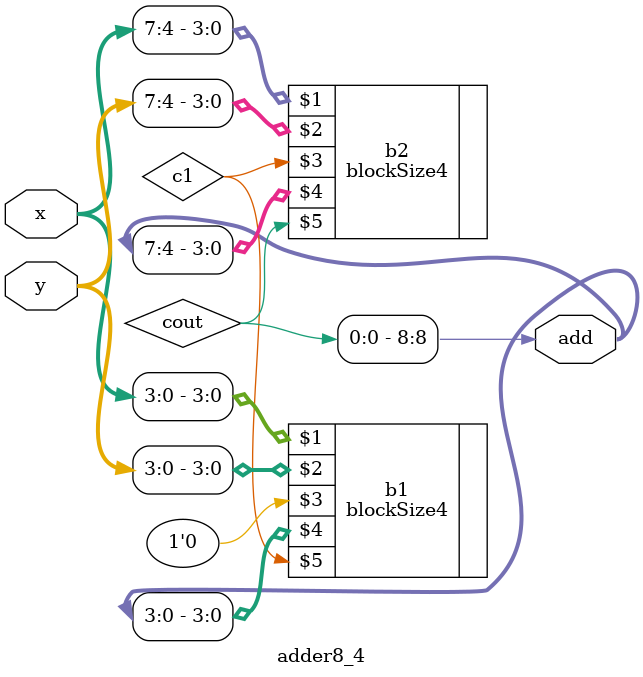
<source format=v>

module adder8_4(x,y,add);				// 16 bit blocksize 8
	input [7:0]x,y;
	output [8:0]add;
	wire c1;
	blockSize4 b1(x[3:0],y[3:0],1'b0,add[3:0],c1);
	blockSize4 b2(x[7:4],y[7:4],c1,add[7:4],cout);
	assign add[8]=cout;
endmodule

</source>
